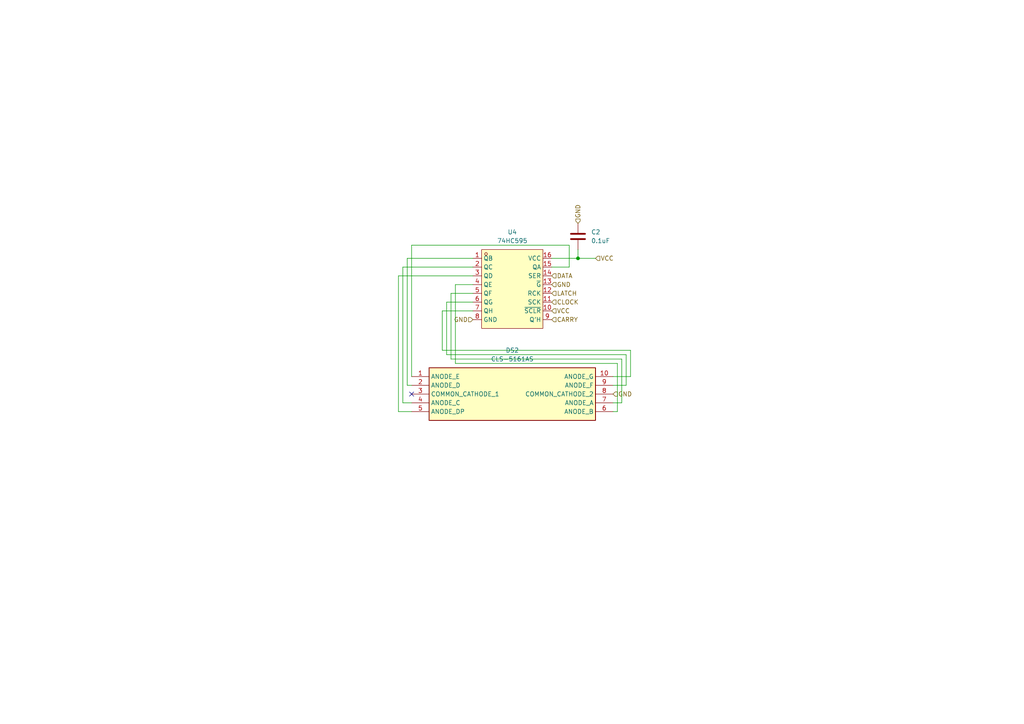
<source format=kicad_sch>
(kicad_sch (version 20231120) (generator "eeschema") (generator_version "8.0")
  (paper "A4")
  (lib_symbols
    (symbol "Device:C" (pin_numbers hide) (pin_names (offset 0.254))
      (property "Reference" "C" (at 0.635 2.54 0))
      (property "Value" "C" (at 0.635 -2.54 0))
      (symbol "C_0_1"
        (polyline (pts (xy -2.032 -0.762) (xy 2.032 -0.762)) (stroke (width 0.508)))
        (polyline (pts (xy -2.032 0.762) (xy 2.032 0.762)) (stroke (width 0.508)))
      )
      (symbol "C_1_1"
        (pin passive line (at 0 3.81 270) (length 2.794) (name "~") (number "1"))
        (pin passive line (at 0 -3.81 90) (length 2.794) (name "~") (number "2"))
      )
    )
    (symbol "my_lib:74HC595"
      (property "Reference" "U" (at 0 13.97 0))
      (property "Value" "74HC595" (at 0 -13.97 0))
      (symbol "74HC595_0_1"
        (rectangle (start -8.89 11.43) (end 8.89 -11.43) (fill (type background)))
        (circle (center -7.62 10.16) (radius 0.38))
        (pin unspecified line (at -11.43 8.89 0) (length 2.54) (name "QB") (number "1"))
        (pin unspecified line (at 11.43 -6.35 180) (length 2.54) (name "~{SCLR}") (number "10"))
        (pin unspecified line (at 11.43 -3.81 180) (length 2.54) (name "SCK") (number "11"))
        (pin unspecified line (at 11.43 -1.27 180) (length 2.54) (name "RCK") (number "12"))
        (pin unspecified line (at 11.43 1.27 180) (length 2.54) (name "~{G}") (number "13"))
        (pin unspecified line (at 11.43 3.81 180) (length 2.54) (name "SER") (number "14"))
        (pin unspecified line (at 11.43 6.35 180) (length 2.54) (name "QA") (number "15"))
        (pin unspecified line (at 11.43 8.89 180) (length 2.54) (name "VCC") (number "16"))
        (pin unspecified line (at -11.43 6.35 0) (length 2.54) (name "QC") (number "2"))
        (pin unspecified line (at -11.43 3.81 0) (length 2.54) (name "QD") (number "3"))
        (pin unspecified line (at -11.43 1.27 0) (length 2.54) (name "QE") (number "4"))
        (pin unspecified line (at -11.43 -1.27 0) (length 2.54) (name "QF") (number "5"))
        (pin unspecified line (at -11.43 -3.81 0) (length 2.54) (name "QG") (number "6"))
        (pin unspecified line (at -11.43 -6.35 0) (length 2.54) (name "QH") (number "7"))
        (pin unspecified line (at -11.43 -8.89 0) (length 2.54) (name "GND") (number "8"))
        (pin unspecified line (at 11.43 -8.89 180) (length 2.54) (name "Q′H") (number "9"))
      )
    )
    (symbol "my_lib:CLS-5161AS"
      (property "Reference" "DS" (at 54.61 7.62 0))
      (property "Value" "CLS-5161AS" (at 54.61 5.08 0))
      (symbol "CLS-5161AS_1_1"
        (rectangle (start 5.08 2.54) (end 53.34 -12.7) (stroke (width 0.254)) (fill (type background)))
        (pin passive line (at 0 0 0) (length 5.08) (name "ANODE_E") (number "1"))
        (pin passive line (at 58.42 0 180) (length 5.08) (name "ANODE_G") (number "10"))
        (pin passive line (at 0 -2.54 0) (length 5.08) (name "ANODE_D") (number "2"))
        (pin passive line (at 0 -5.08 0) (length 5.08) (name "COMMON_CATHODE_1") (number "3"))
        (pin passive line (at 0 -7.62 0) (length 5.08) (name "ANODE_C") (number "4"))
        (pin passive line (at 0 -10.16 0) (length 5.08) (name "ANODE_DP") (number "5"))
        (pin passive line (at 58.42 -10.16 180) (length 5.08) (name "ANODE_B") (number "6"))
        (pin passive line (at 58.42 -7.62 180) (length 5.08) (name "ANODE_A") (number "7"))
        (pin passive line (at 58.42 -5.08 180) (length 5.08) (name "COMMON_CATHODE_2") (number "8"))
        (pin passive line (at 58.42 -2.54 180) (length 5.08) (name "ANODE_F") (number "9"))
      )
    )
  )
  (junction (at 167.64 74.93))
  (no_connect (at 119.38 114.3))
  (wire (pts (xy 180.34 116.84) (xy 177.8 116.84)))
  (wire (pts (xy 116.84 116.84) (xy 119.38 116.84)))
  (wire (pts (xy 137.16 90.17) (xy 128.27 90.17)))
  (wire (pts (xy 165.1 77.47) (xy 165.1 71.12)))
  (wire (pts (xy 128.27 90.17) (xy 128.27 101.6)))
  (wire (pts (xy 130.81 104.14) (xy 180.34 104.14)))
  (wire (pts (xy 129.54 87.63) (xy 129.54 102.87)))
  (wire (pts (xy 115.57 80.01) (xy 115.57 119.38)))
  (wire (pts (xy 179.07 105.41) (xy 179.07 119.38)))
  (wire (pts (xy 116.84 77.47) (xy 116.84 116.84)))
  (wire (pts (xy 129.54 102.87) (xy 181.61 102.87)))
  (wire (pts (xy 137.16 80.01) (xy 115.57 80.01)))
  (wire (pts (xy 167.64 72.39) (xy 167.64 74.93)))
  (wire (pts (xy 182.88 101.6) (xy 182.88 109.22)))
  (wire (pts (xy 132.08 105.41) (xy 179.07 105.41)))
  (wire (pts (xy 132.08 82.55) (xy 132.08 105.41)))
  (wire (pts (xy 181.61 102.87) (xy 181.61 111.76)))
  (wire (pts (xy 118.11 74.93) (xy 118.11 111.76)))
  (wire (pts (xy 115.57 119.38) (xy 119.38 119.38)))
  (wire (pts (xy 130.81 85.09) (xy 130.81 104.14)))
  (wire (pts (xy 181.61 111.76) (xy 177.8 111.76)))
  (wire (pts (xy 137.16 77.47) (xy 116.84 77.47)))
  (wire (pts (xy 167.64 74.93) (xy 172.72 74.93)))
  (wire (pts (xy 128.27 101.6) (xy 182.88 101.6)))
  (wire (pts (xy 137.16 82.55) (xy 132.08 82.55)))
  (wire (pts (xy 118.11 111.76) (xy 119.38 111.76)))
  (wire (pts (xy 137.16 74.93) (xy 118.11 74.93)))
  (wire (pts (xy 119.38 71.12) (xy 119.38 109.22)))
  (wire (pts (xy 137.16 87.63) (xy 129.54 87.63)))
  (wire (pts (xy 179.07 119.38) (xy 177.8 119.38)))
  (wire (pts (xy 160.02 77.47) (xy 165.1 77.47)))
  (wire (pts (xy 180.34 104.14) (xy 180.34 116.84)))
  (wire (pts (xy 165.1 71.12) (xy 119.38 71.12)))
  (wire (pts (xy 160.02 74.93) (xy 167.64 74.93)))
  (wire (pts (xy 137.16 85.09) (xy 130.81 85.09)))
  (wire (pts (xy 182.88 109.22) (xy 177.8 109.22)))
  (hierarchical_label "LATCH" (shape input) (at 160.02 85.09 0))
  (hierarchical_label "VCC" (shape input) (at 172.72 74.93 0))
  (hierarchical_label "VCC" (shape input) (at 160.02 90.17 0))
  (hierarchical_label "GND" (shape input) (at 177.8 114.3 0))
  (hierarchical_label "GND" (shape input) (at 137.16 92.71 180))
  (hierarchical_label "DATA" (shape input) (at 160.02 80.01 0))
  (hierarchical_label "GND" (shape input) (at 167.64 64.77 90))
  (hierarchical_label "GND" (shape input) (at 160.02 82.55 0))
  (hierarchical_label "CARRY" (shape input) (at 160.02 92.71 0))
  (hierarchical_label "CLOCK" (shape input) (at 160.02 87.63 0))
  (symbol (lib_id "Device:C") (at 167.64 68.58 0) (unit 1)
    (property "Reference" "C2" (at 171.45 67.3099 0) (effects (justify left)))
    (property "Value" "0.1uF" (at 171.45 69.8499 0) (effects (justify left)))
    (property "Footprint" "my_lib:Capacitor-0.1uF-0603-C125205" (effects (hide yes)))
    (property "Description" "Unpolarized capacitor" (effects (hide yes)))
    (instances (project "" (path "" (reference "C2") (unit 1)) (path "" (reference "C6") (unit 1)) (path "" (reference "C3") (unit 1)) (path "" (reference "C1") (unit 1)) (path "" (reference "C4") (unit 1)) (path "" (reference "C5") (unit 1))))
  )
  (symbol (lib_id "my_lib:74HC595") (at 148.59 83.82 0) (unit 1)
    (property "Reference" "U4" (at 148.59 67.31 0))
    (property "Value" "74HC595" (at 148.59 69.85 0))
    (property "Footprint" "my_lib:SOP-16_L9.9-W3.9-P1.27-LS6.0-BL" (effects (hide yes)))
    (property "Datasheet" "https://www.ti.com/lit/ds/symlink/sn74hc595.pdf" (effects (hide yes)))
    (property "Description" "8Bit Shift Register" (effects (hide yes)))
    (property "LCSC Part" "C18164493" (effects (hide yes)))
    (instances (project "" (path "" (reference "U4") (unit 1)) (path "" (reference "U8") (unit 1)) (path "" (reference "U5") (unit 1)) (path "" (reference "U3") (unit 1)) (path "" (reference "U6") (unit 1)) (path "" (reference "U7") (unit 1))))
  )
  (symbol (lib_id "my_lib:CLS-5161AS") (at 119.38 109.22 0) (unit 1)
    (property "Reference" "DS2" (at 148.59 101.6 0))
    (property "Value" "CLS-5161AS" (at 148.59 104.14 0))
    (property "Footprint" "my_lib:DIPS1524W51P254L1260H800Q10N" (effects (hide yes)))
    (property "Datasheet" "http://www.xlitx.com/datasheet/5161AS.pdf" (effects (hide yes)))
    (property "Description" "LED 7-Segment Display" (effects (hide yes)))
    (property "Height" "8" (effects (hide yes)))
    (property "Manufacturer_Name" "XLITX Technology" (effects (hide yes)))
    (property "Manufacturer_Part_Number" "CLS-5161AS" (effects (hide yes)))
    (instances (project "" (path "" (reference "DS2") (unit 1)) (path "" (reference "DS6") (unit 1)) (path "" (reference "DS3") (unit 1)) (path "" (reference "DS1") (unit 1)) (path "" (reference "DS4") (unit 1)) (path "" (reference "DS5") (unit 1))))
  )
)
</source>
